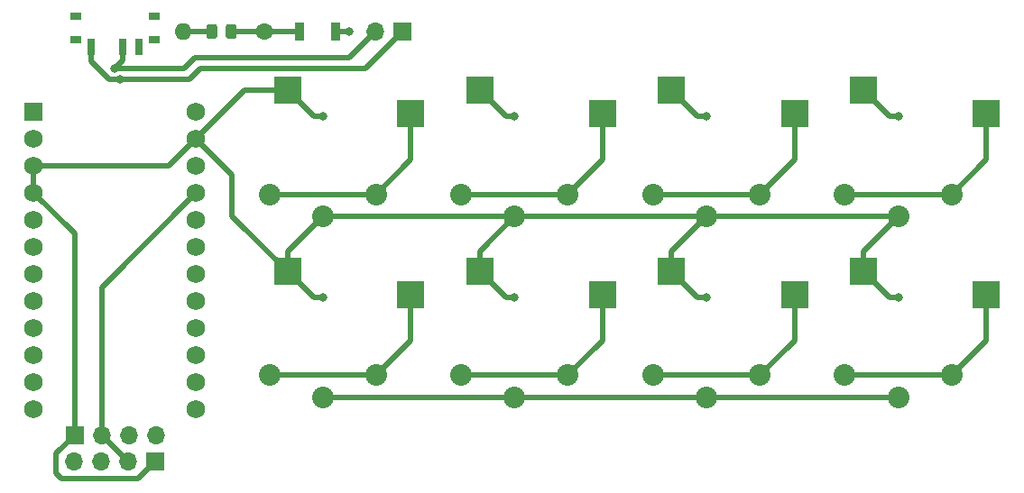
<source format=gbr>
%TF.GenerationSoftware,KiCad,Pcbnew,5.1.8*%
%TF.CreationDate,2021-02-04T11:55:25-06:00*%
%TF.ProjectId,small-paintbrush-hotswap,736d616c-6c2d-4706-9169-6e7462727573,rev?*%
%TF.SameCoordinates,Original*%
%TF.FileFunction,Copper,L2,Bot*%
%TF.FilePolarity,Positive*%
%FSLAX46Y46*%
G04 Gerber Fmt 4.6, Leading zero omitted, Abs format (unit mm)*
G04 Created by KiCad (PCBNEW 5.1.8) date 2021-02-04 11:55:25*
%MOMM*%
%LPD*%
G01*
G04 APERTURE LIST*
%TA.AperFunction,ComponentPad*%
%ADD10C,2.032000*%
%TD*%
%TA.AperFunction,SMDPad,CuDef*%
%ADD11R,2.600000X2.600000*%
%TD*%
%TA.AperFunction,ComponentPad*%
%ADD12C,1.752600*%
%TD*%
%TA.AperFunction,ComponentPad*%
%ADD13R,1.752600X1.752600*%
%TD*%
%TA.AperFunction,ComponentPad*%
%ADD14O,1.700000X1.700000*%
%TD*%
%TA.AperFunction,ComponentPad*%
%ADD15R,1.700000X1.700000*%
%TD*%
%TA.AperFunction,ComponentPad*%
%ADD16O,1.600000X1.600000*%
%TD*%
%TA.AperFunction,ComponentPad*%
%ADD17C,1.600000*%
%TD*%
%TA.AperFunction,SMDPad,CuDef*%
%ADD18R,0.900000X1.700000*%
%TD*%
%TA.AperFunction,SMDPad,CuDef*%
%ADD19R,1.000000X0.800000*%
%TD*%
%TA.AperFunction,SMDPad,CuDef*%
%ADD20R,0.700000X1.500000*%
%TD*%
%TA.AperFunction,ViaPad*%
%ADD21C,0.800000*%
%TD*%
%TA.AperFunction,Conductor*%
%ADD22C,0.508000*%
%TD*%
G04 APERTURE END LIST*
D10*
%TO.P,KEY3,2*%
%TO.N,R1C3*%
X138000000Y-38800000D03*
%TO.P,KEY3,1*%
%TO.N,GND*%
X133000000Y-40900000D03*
D11*
X129725000Y-29050000D03*
%TO.P,KEY3,2*%
%TO.N,R1C3*%
X141275000Y-31250000D03*
D10*
X128000000Y-38800000D03*
%TD*%
%TO.P,KEY8,2*%
%TO.N,R2C4*%
X156000000Y-55800000D03*
%TO.P,KEY8,1*%
%TO.N,GND*%
X151000000Y-57900000D03*
D11*
X147725000Y-46050000D03*
%TO.P,KEY8,2*%
%TO.N,R2C4*%
X159275000Y-48250000D03*
D10*
X146000000Y-55800000D03*
%TD*%
%TO.P,KEY7,2*%
%TO.N,R2C3*%
X138000000Y-55800000D03*
%TO.P,KEY7,1*%
%TO.N,GND*%
X133000000Y-57900000D03*
D11*
X129725000Y-46050000D03*
%TO.P,KEY7,2*%
%TO.N,R2C3*%
X141275000Y-48250000D03*
D10*
X128000000Y-55800000D03*
%TD*%
%TO.P,KEY6,2*%
%TO.N,R2C2*%
X120000000Y-55800000D03*
%TO.P,KEY6,1*%
%TO.N,GND*%
X115000000Y-57900000D03*
D11*
X111725000Y-46050000D03*
%TO.P,KEY6,2*%
%TO.N,R2C2*%
X123275000Y-48250000D03*
D10*
X110000000Y-55800000D03*
%TD*%
%TO.P,KEY5,2*%
%TO.N,R2C1*%
X102000000Y-55800000D03*
%TO.P,KEY5,1*%
%TO.N,GND*%
X97000000Y-57900000D03*
D11*
X93725000Y-46050000D03*
%TO.P,KEY5,2*%
%TO.N,R2C1*%
X105275000Y-48250000D03*
D10*
X92000000Y-55800000D03*
%TD*%
%TO.P,KEY4,2*%
%TO.N,R1C4*%
X156000000Y-38800000D03*
%TO.P,KEY4,1*%
%TO.N,GND*%
X151000000Y-40900000D03*
D11*
X147725000Y-29050000D03*
%TO.P,KEY4,2*%
%TO.N,R1C4*%
X159275000Y-31250000D03*
D10*
X146000000Y-38800000D03*
%TD*%
%TO.P,KEY2,2*%
%TO.N,R1C2*%
X120000000Y-38800000D03*
%TO.P,KEY2,1*%
%TO.N,GND*%
X115000000Y-40900000D03*
D11*
X111725000Y-29050000D03*
%TO.P,KEY2,2*%
%TO.N,R1C2*%
X123275000Y-31250000D03*
D10*
X110000000Y-38800000D03*
%TD*%
%TO.P,KEY1,2*%
%TO.N,R1C1*%
X102000000Y-38800000D03*
%TO.P,KEY1,1*%
%TO.N,GND*%
X97000000Y-40900000D03*
D11*
X93725000Y-29050000D03*
%TO.P,KEY1,2*%
%TO.N,R1C1*%
X105275000Y-31250000D03*
D10*
X92000000Y-38800000D03*
%TD*%
D12*
%TO.P,U1,24*%
%TO.N,Net-(U1-Pad24)*%
X85120000Y-31030000D03*
%TO.P,U1,12*%
%TO.N,Net-(U1-Pad12)*%
X69880000Y-58970000D03*
%TO.P,U1,23*%
%TO.N,GND*%
X85120000Y-33570000D03*
%TO.P,U1,22*%
%TO.N,Net-(PUSH1-Pad1)*%
X85120000Y-36110000D03*
%TO.P,U1,21*%
%TO.N,VCC*%
X85120000Y-38650000D03*
%TO.P,U1,20*%
%TO.N,R1C1*%
X85120000Y-41190000D03*
%TO.P,U1,19*%
%TO.N,R1C2*%
X85120000Y-43730000D03*
%TO.P,U1,18*%
%TO.N,R1C3*%
X85120000Y-46270000D03*
%TO.P,U1,17*%
%TO.N,R1C4*%
X85120000Y-48810000D03*
%TO.P,U1,16*%
%TO.N,R2C1*%
X85120000Y-51350000D03*
%TO.P,U1,15*%
%TO.N,R2C2*%
X85120000Y-53890000D03*
%TO.P,U1,14*%
%TO.N,R2C3*%
X85120000Y-56430000D03*
%TO.P,U1,13*%
%TO.N,R2C4*%
X85120000Y-58970000D03*
%TO.P,U1,11*%
%TO.N,Net-(U1-Pad11)*%
X69880000Y-56430000D03*
%TO.P,U1,10*%
%TO.N,Net-(U1-Pad10)*%
X69880000Y-53890000D03*
%TO.P,U1,9*%
%TO.N,Net-(U1-Pad9)*%
X69880000Y-51350000D03*
%TO.P,U1,8*%
%TO.N,Net-(U1-Pad8)*%
X69880000Y-48810000D03*
%TO.P,U1,7*%
%TO.N,Net-(U1-Pad7)*%
X69880000Y-46270000D03*
%TO.P,U1,6*%
%TO.N,SCL*%
X69880000Y-43730000D03*
%TO.P,U1,5*%
%TO.N,SDA*%
X69880000Y-41190000D03*
%TO.P,U1,4*%
%TO.N,GND*%
X69880000Y-38650000D03*
%TO.P,U1,3*%
X69880000Y-36110000D03*
%TO.P,U1,2*%
%TO.N,Net-(U1-Pad2)*%
X69880000Y-33570000D03*
D13*
%TO.P,U1,1*%
%TO.N,Net-(U1-Pad1)*%
X69880000Y-31030000D03*
%TD*%
D14*
%TO.P,J3,4*%
%TO.N,SDA*%
X81320000Y-61400000D03*
%TO.P,J3,3*%
%TO.N,SCL*%
X78780000Y-61400000D03*
%TO.P,J3,2*%
%TO.N,VCC*%
X76240000Y-61400000D03*
D15*
%TO.P,J3,1*%
%TO.N,GND*%
X73700000Y-61400000D03*
%TD*%
D14*
%TO.P,J2,4*%
%TO.N,SDA*%
X73680000Y-63900000D03*
%TO.P,J2,3*%
%TO.N,SCL*%
X76220000Y-63900000D03*
%TO.P,J2,2*%
%TO.N,VCC*%
X78760000Y-63900000D03*
D15*
%TO.P,J2,1*%
%TO.N,GND*%
X81300000Y-63900000D03*
%TD*%
%TO.P,R3,2*%
%TO.N,VCC*%
%TA.AperFunction,SMDPad,CuDef*%
G36*
G01*
X87100000Y-23049999D02*
X87100000Y-23950001D01*
G75*
G02*
X86850001Y-24200000I-249999J0D01*
G01*
X86324999Y-24200000D01*
G75*
G02*
X86075000Y-23950001I0J249999D01*
G01*
X86075000Y-23049999D01*
G75*
G02*
X86324999Y-22800000I249999J0D01*
G01*
X86850001Y-22800000D01*
G75*
G02*
X87100000Y-23049999I0J-249999D01*
G01*
G37*
%TD.AperFunction*%
%TO.P,R3,1*%
%TO.N,Net-(PUSH1-Pad1)*%
%TA.AperFunction,SMDPad,CuDef*%
G36*
G01*
X88925000Y-23049999D02*
X88925000Y-23950001D01*
G75*
G02*
X88675001Y-24200000I-249999J0D01*
G01*
X88149999Y-24200000D01*
G75*
G02*
X87900000Y-23950001I0J249999D01*
G01*
X87900000Y-23049999D01*
G75*
G02*
X88149999Y-22800000I249999J0D01*
G01*
X88675001Y-22800000D01*
G75*
G02*
X88925000Y-23049999I0J-249999D01*
G01*
G37*
%TD.AperFunction*%
%TD*%
D16*
%TO.P,R2,2*%
%TO.N,VCC*%
X83880000Y-23500000D03*
D17*
%TO.P,R2,1*%
%TO.N,Net-(PUSH1-Pad1)*%
X91500000Y-23500000D03*
%TD*%
D18*
%TO.P,PUSH1,2*%
%TO.N,GND*%
X98200000Y-23500000D03*
%TO.P,PUSH1,1*%
%TO.N,Net-(PUSH1-Pad1)*%
X94800000Y-23500000D03*
%TD*%
D19*
%TO.P,SW1,*%
%TO.N,*%
X73850000Y-24280000D03*
X81150000Y-24280000D03*
X81150000Y-22070000D03*
X73850000Y-22070000D03*
D20*
%TO.P,SW1,3*%
%TO.N,Net-(SW1-Pad3)*%
X79750000Y-24930000D03*
%TO.P,SW1,2*%
%TO.N,Net-(J1-Pad2)*%
X78250000Y-24930000D03*
%TO.P,SW1,1*%
%TO.N,Net-(J1-Pad1)*%
X75250000Y-24930000D03*
%TD*%
D14*
%TO.P,J1,2*%
%TO.N,Net-(J1-Pad2)*%
X101960000Y-23500000D03*
D15*
%TO.P,J1,1*%
%TO.N,Net-(J1-Pad1)*%
X104500000Y-23500000D03*
%TD*%
D21*
%TO.N,GND*%
X151000000Y-31500000D03*
X133000000Y-31500000D03*
X115000000Y-31500000D03*
X97000000Y-31500000D03*
X97000000Y-48500000D03*
X115000000Y-48500000D03*
X133000000Y-48500000D03*
X151000000Y-48500000D03*
X99500000Y-23500000D03*
%TO.N,Net-(J1-Pad2)*%
X77500006Y-27000006D03*
%TO.N,Net-(J1-Pad1)*%
X78000000Y-28000000D03*
%TD*%
D22*
%TO.N,GND*%
X147725000Y-29050000D02*
X150175000Y-31500000D01*
X150175000Y-31500000D02*
X151000000Y-31500000D01*
X129725000Y-29050000D02*
X132175000Y-31500000D01*
X132175000Y-31500000D02*
X133000000Y-31500000D01*
X111725000Y-29050000D02*
X114175000Y-31500000D01*
X114175000Y-31500000D02*
X115000000Y-31500000D01*
X93725000Y-29050000D02*
X96175000Y-31500000D01*
X96175000Y-31500000D02*
X97000000Y-31500000D01*
X93725000Y-46050000D02*
X96175000Y-48500000D01*
X96175000Y-48500000D02*
X97000000Y-48500000D01*
X111725000Y-46050000D02*
X114175000Y-48500000D01*
X114175000Y-48500000D02*
X115000000Y-48500000D01*
X129725000Y-46050000D02*
X132175000Y-48500000D01*
X132175000Y-48500000D02*
X133000000Y-48500000D01*
X69880000Y-38650000D02*
X69880000Y-36110000D01*
X82580000Y-36110000D02*
X85120000Y-33570000D01*
X69880000Y-36110000D02*
X82580000Y-36110000D01*
X79700000Y-65500000D02*
X81300000Y-63900000D01*
X73700000Y-61400000D02*
X72000000Y-63100000D01*
X72000000Y-63100000D02*
X72000000Y-65000000D01*
X72000000Y-65000000D02*
X72500000Y-65500000D01*
X72500000Y-65500000D02*
X79700000Y-65500000D01*
X73700000Y-42470000D02*
X69880000Y-38650000D01*
X73700000Y-61400000D02*
X73700000Y-42470000D01*
X97000000Y-40900000D02*
X151000000Y-40900000D01*
X97000000Y-57900000D02*
X151000000Y-57900000D01*
X89640000Y-29050000D02*
X93725000Y-29050000D01*
X85120000Y-33570000D02*
X89640000Y-29050000D01*
X150175000Y-48500000D02*
X151000000Y-48500000D01*
X147725000Y-46050000D02*
X150175000Y-48500000D01*
X147725000Y-44175000D02*
X151000000Y-40900000D01*
X147725000Y-46050000D02*
X147725000Y-44175000D01*
X129725000Y-44175000D02*
X133000000Y-40900000D01*
X129725000Y-46050000D02*
X129725000Y-44175000D01*
X111725000Y-44175000D02*
X115000000Y-40900000D01*
X111725000Y-46050000D02*
X111725000Y-44175000D01*
X93725000Y-44175000D02*
X97000000Y-40900000D01*
X93725000Y-46050000D02*
X93725000Y-44175000D01*
X85120000Y-33570000D02*
X88500000Y-36950000D01*
X88500000Y-40825000D02*
X93725000Y-46050000D01*
X88500000Y-36950000D02*
X88500000Y-40825000D01*
X98200000Y-23500000D02*
X99500000Y-23500000D01*
%TO.N,R1C1*%
X102000000Y-38800000D02*
X92000000Y-38800000D01*
X105275000Y-35525000D02*
X102000000Y-38800000D01*
X105275000Y-31250000D02*
X105275000Y-35525000D01*
%TO.N,R1C2*%
X120000000Y-38800000D02*
X110000000Y-38800000D01*
X123275000Y-35525000D02*
X120000000Y-38800000D01*
X123275000Y-31250000D02*
X123275000Y-35525000D01*
%TO.N,R1C3*%
X138000000Y-38800000D02*
X128000000Y-38800000D01*
X141275000Y-35525000D02*
X138000000Y-38800000D01*
X141275000Y-31250000D02*
X141275000Y-35525000D01*
%TO.N,R1C4*%
X156000000Y-38800000D02*
X146000000Y-38800000D01*
X159275000Y-35525000D02*
X156000000Y-38800000D01*
X159275000Y-31250000D02*
X159275000Y-35525000D01*
%TO.N,R2C1*%
X102000000Y-55800000D02*
X92000000Y-55800000D01*
X105275000Y-52525000D02*
X102000000Y-55800000D01*
X105275000Y-48250000D02*
X105275000Y-52525000D01*
%TO.N,R2C2*%
X120000000Y-55800000D02*
X110000000Y-55800000D01*
X123275000Y-52525000D02*
X120000000Y-55800000D01*
X123275000Y-48250000D02*
X123275000Y-52525000D01*
%TO.N,R2C3*%
X128000000Y-55800000D02*
X138000000Y-55800000D01*
X141275000Y-52525000D02*
X138000000Y-55800000D01*
X141275000Y-48250000D02*
X141275000Y-52525000D01*
%TO.N,R2C4*%
X146000000Y-55800000D02*
X156000000Y-55800000D01*
X159275000Y-52525000D02*
X156000000Y-55800000D01*
X159275000Y-48250000D02*
X159275000Y-52525000D01*
%TO.N,Net-(PUSH1-Pad1)*%
X88412500Y-23500000D02*
X91500000Y-23500000D01*
X91500000Y-23500000D02*
X94800000Y-23500000D01*
%TO.N,VCC*%
X86587500Y-23500000D02*
X83880000Y-23500000D01*
X76260000Y-61400000D02*
X78760000Y-63900000D01*
X76240000Y-61400000D02*
X76260000Y-61400000D01*
X76240000Y-47530000D02*
X76240000Y-61400000D01*
X85120000Y-38650000D02*
X76240000Y-47530000D01*
%TO.N,Net-(J1-Pad2)*%
X78250000Y-24930000D02*
X78250000Y-26250012D01*
X78250000Y-26250012D02*
X77500006Y-27000006D01*
X77500006Y-27000006D02*
X83999994Y-27000006D01*
X83999994Y-27000006D02*
X85000000Y-26000000D01*
X99460000Y-26000000D02*
X101960000Y-23500000D01*
X85000000Y-26000000D02*
X99460000Y-26000000D01*
%TO.N,Net-(J1-Pad1)*%
X75250000Y-26315685D02*
X76934315Y-28000000D01*
X76934315Y-28000000D02*
X78000000Y-28000000D01*
X75250000Y-24930000D02*
X75250000Y-26315685D01*
X78000000Y-28000000D02*
X84500000Y-28000000D01*
X84500000Y-28000000D02*
X85500000Y-27000000D01*
X101000000Y-27000000D02*
X104500000Y-23500000D01*
X85500000Y-27000000D02*
X101000000Y-27000000D01*
%TD*%
M02*

</source>
